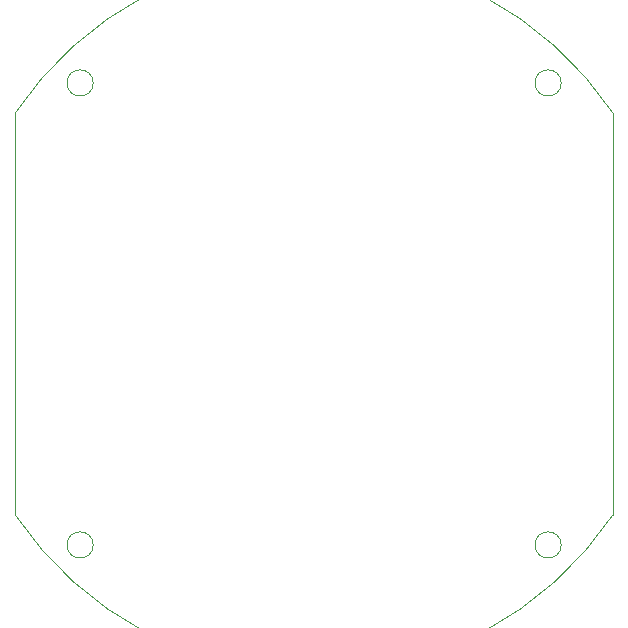
<source format=gbr>
%TF.GenerationSoftware,KiCad,Pcbnew,8.0.1*%
%TF.CreationDate,2024-04-29T03:40:20-07:00*%
%TF.ProjectId,CanSat PCB,43616e53-6174-4205-9043-422e6b696361,4*%
%TF.SameCoordinates,Original*%
%TF.FileFunction,Profile,NP*%
%FSLAX46Y46*%
G04 Gerber Fmt 4.6, Leading zero omitted, Abs format (unit mm)*
G04 Created by KiCad (PCBNEW 8.0.1) date 2024-04-29 03:40:20*
%MOMM*%
%LPD*%
G01*
G04 APERTURE LIST*
%TA.AperFunction,Profile*%
%ADD10C,0.050000*%
%TD*%
G04 APERTURE END LIST*
D10*
X79849489Y-44139600D02*
G75*
G02*
X77630511Y-44139600I-1109489J0D01*
G01*
X77630511Y-44139600D02*
G75*
G02*
X79849489Y-44139600I1109489J0D01*
G01*
X119473489Y-44139600D02*
G75*
G02*
X117254511Y-44139600I-1109489J0D01*
G01*
X117254511Y-44139600D02*
G75*
G02*
X119473489Y-44139600I1109489J0D01*
G01*
X123850398Y-80715599D02*
G75*
G02*
X73253602Y-80715599I-25298398J17017999D01*
G01*
X79849489Y-83255600D02*
G75*
G02*
X77630511Y-83255600I-1109489J0D01*
G01*
X77630511Y-83255600D02*
G75*
G02*
X79849489Y-83255600I1109489J0D01*
G01*
X123850400Y-80715600D02*
X123850400Y-46679600D01*
X73253600Y-80715600D02*
X73253600Y-46679600D01*
X73253602Y-46679601D02*
G75*
G02*
X123850398Y-46679601I25298398J-17017999D01*
G01*
X119473489Y-83255600D02*
G75*
G02*
X117254511Y-83255600I-1109489J0D01*
G01*
X117254511Y-83255600D02*
G75*
G02*
X119473489Y-83255600I1109489J0D01*
G01*
M02*

</source>
